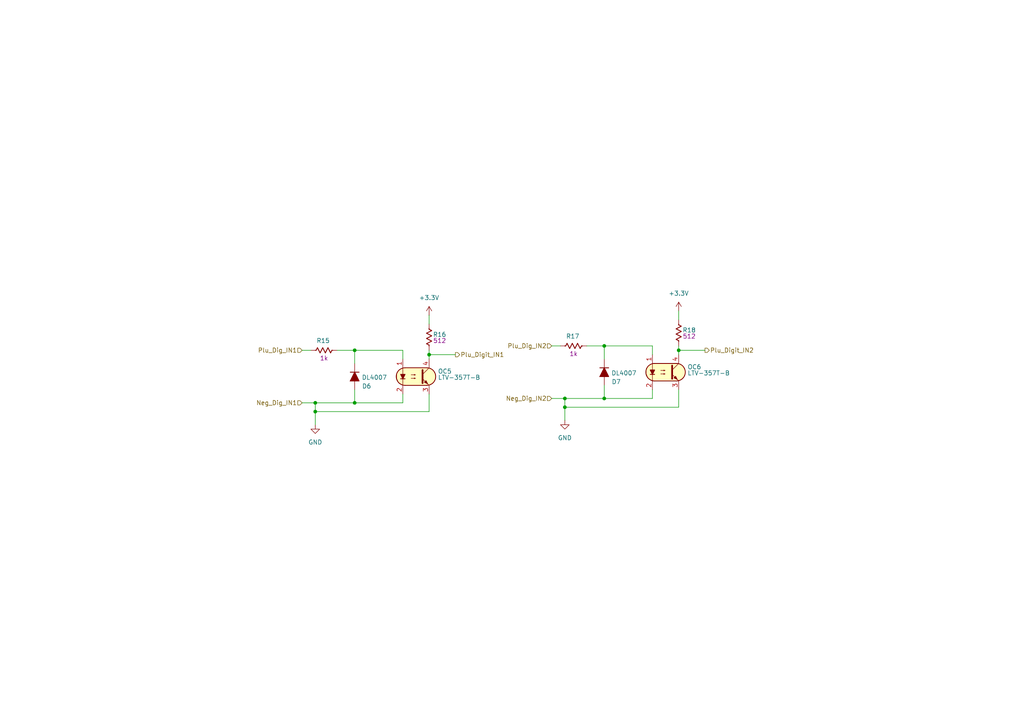
<source format=kicad_sch>
(kicad_sch
	(version 20250114)
	(generator "eeschema")
	(generator_version "9.0")
	(uuid "b4d3bf98-de6c-4ddc-a5d7-a9af4a4f7075")
	(paper "A4")
	(lib_symbols
		(symbol "PCM_Diode_AKL:DL4007"
			(pin_numbers
				(hide yes)
			)
			(pin_names
				(offset 1.016)
				(hide yes)
			)
			(exclude_from_sim no)
			(in_bom yes)
			(on_board yes)
			(property "Reference" "D"
				(at 0 5.08 0)
				(effects
					(font
						(size 1.27 1.27)
					)
				)
			)
			(property "Value" "DL4007"
				(at 0 2.54 0)
				(effects
					(font
						(size 1.27 1.27)
					)
				)
			)
			(property "Footprint" "PCM_Diode_SMD_AKL:D_MELF"
				(at 0 0 0)
				(effects
					(font
						(size 1.27 1.27)
					)
					(hide yes)
				)
			)
			(property "Datasheet" "https://www.diodes.com/assets/Datasheets/products_inactive_data/ds16001.pdf"
				(at 0 0 0)
				(effects
					(font
						(size 1.27 1.27)
					)
					(hide yes)
				)
			)
			(property "Description" "MELF Diode, Rectifier, 1000V, 1A, Alternate KiCad Library"
				(at 0 0 0)
				(effects
					(font
						(size 1.27 1.27)
					)
					(hide yes)
				)
			)
			(property "ki_keywords" "diode 1N4007 DL4007"
				(at 0 0 0)
				(effects
					(font
						(size 1.27 1.27)
					)
					(hide yes)
				)
			)
			(property "ki_fp_filters" "TO-???* *_Diode_* *SingleDiode* D_*"
				(at 0 0 0)
				(effects
					(font
						(size 1.27 1.27)
					)
					(hide yes)
				)
			)
			(symbol "DL4007_0_1"
				(polyline
					(pts
						(xy -1.27 1.27) (xy -1.27 -1.27) (xy 1.27 0) (xy -1.27 1.27)
					)
					(stroke
						(width 0.254)
						(type default)
					)
					(fill
						(type outline)
					)
				)
				(polyline
					(pts
						(xy -1.27 0) (xy 1.27 0)
					)
					(stroke
						(width 0)
						(type default)
					)
					(fill
						(type none)
					)
				)
				(polyline
					(pts
						(xy 1.27 1.27) (xy 1.27 -1.27)
					)
					(stroke
						(width 0.254)
						(type default)
					)
					(fill
						(type none)
					)
				)
			)
			(symbol "DL4007_0_2"
				(polyline
					(pts
						(xy -2.54 -2.54) (xy 2.54 2.54)
					)
					(stroke
						(width 0)
						(type default)
					)
					(fill
						(type none)
					)
				)
				(polyline
					(pts
						(xy -0.889 -0.889) (xy -1.778 0) (xy 0.889 0.889) (xy 0 -1.778) (xy -0.889 -0.889)
					)
					(stroke
						(width 0.254)
						(type default)
					)
					(fill
						(type outline)
					)
				)
				(polyline
					(pts
						(xy 0 1.778) (xy 1.778 0)
					)
					(stroke
						(width 0.254)
						(type default)
					)
					(fill
						(type none)
					)
				)
			)
			(symbol "DL4007_1_1"
				(pin passive line
					(at -3.81 0 0)
					(length 2.54)
					(name "A"
						(effects
							(font
								(size 1.27 1.27)
							)
						)
					)
					(number "2"
						(effects
							(font
								(size 1.27 1.27)
							)
						)
					)
				)
				(pin passive line
					(at 3.81 0 180)
					(length 2.54)
					(name "K"
						(effects
							(font
								(size 1.27 1.27)
							)
						)
					)
					(number "1"
						(effects
							(font
								(size 1.27 1.27)
							)
						)
					)
				)
			)
			(symbol "DL4007_1_2"
				(pin passive line
					(at -2.54 -2.54 0)
					(length 0)
					(name "A"
						(effects
							(font
								(size 1.27 1.27)
							)
						)
					)
					(number "2"
						(effects
							(font
								(size 1.27 1.27)
							)
						)
					)
				)
				(pin passive line
					(at 2.54 2.54 180)
					(length 0)
					(name "K"
						(effects
							(font
								(size 1.27 1.27)
							)
						)
					)
					(number "1"
						(effects
							(font
								(size 1.27 1.27)
							)
						)
					)
				)
			)
			(embedded_fonts no)
		)
		(symbol "PCM_Optocoupler_AKL:LTV-357T-B"
			(pin_names
				(offset 1.016)
			)
			(exclude_from_sim no)
			(in_bom yes)
			(on_board yes)
			(property "Reference" "OC"
				(at 6.35 1.27 0)
				(effects
					(font
						(size 1.27 1.27)
					)
					(justify left)
				)
			)
			(property "Value" "LTV-357T-B"
				(at 6.35 -1.27 0)
				(effects
					(font
						(size 1.27 1.27)
					)
					(justify left)
				)
			)
			(property "Footprint" "PCM_Package_SO_AKL:SO-4_4.4x3.9mm_P2.54mm"
				(at -5.08 -5.08 0)
				(effects
					(font
						(size 1.27 1.27)
						(italic yes)
					)
					(justify left)
					(hide yes)
				)
			)
			(property "Datasheet" "https://www.tme.eu/Document/4ccb1404604244f2e07aa15af3469fcc/LTV-357T.pdf"
				(at 0 0 0)
				(effects
					(font
						(size 1.27 1.27)
					)
					(justify left)
					(hide yes)
				)
			)
			(property "Description" "SO-4 Optocoupler, Transistor output, 3.75kV, 18us, Alternate KiCAD Library"
				(at 0 0 0)
				(effects
					(font
						(size 1.27 1.27)
					)
					(hide yes)
				)
			)
			(property "ki_keywords" "NPN Optocoupler transistor output bidirectional input LTV-357T"
				(at 0 0 0)
				(effects
					(font
						(size 1.27 1.27)
					)
					(hide yes)
				)
			)
			(property "ki_fp_filters" "DIP*W7.62mm*"
				(at 0 0 0)
				(effects
					(font
						(size 1.27 1.27)
					)
					(hide yes)
				)
			)
			(symbol "LTV-357T-B_0_1"
				(polyline
					(pts
						(xy -4.445 -0.635) (xy -3.175 -0.635)
					)
					(stroke
						(width 0.254)
						(type default)
					)
					(fill
						(type none)
					)
				)
				(polyline
					(pts
						(xy -3.81 -0.635) (xy -4.445 0.635) (xy -3.175 0.635) (xy -3.81 -0.635)
					)
					(stroke
						(width 0.254)
						(type default)
					)
					(fill
						(type outline)
					)
				)
				(polyline
					(pts
						(xy -3.81 -2.54) (xy -3.81 -1.27) (xy -3.81 2.54)
					)
					(stroke
						(width 0.1524)
						(type default)
					)
					(fill
						(type none)
					)
				)
				(polyline
					(pts
						(xy -3.175 2.54) (xy 3.175 2.54)
					)
					(stroke
						(width 0.254)
						(type default)
					)
					(fill
						(type none)
					)
				)
				(arc
					(start -3.1975 -2.54)
					(mid -5.7151 0)
					(end -3.1975 2.54)
					(stroke
						(width 0.254)
						(type default)
					)
					(fill
						(type none)
					)
				)
				(polyline
					(pts
						(xy -2.54 2.54) (xy 3.429 2.54) (xy 4.318 2.286) (xy 4.699 2.032) (xy 5.08 1.651) (xy 5.461 1.016)
						(xy 5.715 0.381) (xy 5.715 -0.381) (xy 5.461 -1.143) (xy 4.826 -1.905) (xy 4.191 -2.286) (xy 3.302 -2.54)
						(xy -3.81 -2.54) (xy -3.81 -2.54) (xy -4.572 -2.032) (xy -5.08 -1.778) (xy -5.588 -0.508) (xy -5.588 0.254)
						(xy -5.588 1.016) (xy -5.08 1.778) (xy -4.318 2.286) (xy -3.556 2.54) (xy -2.54 2.54)
					)
					(stroke
						(width 0.01)
						(type default)
					)
					(fill
						(type background)
					)
				)
				(polyline
					(pts
						(xy -1.397 0.508) (xy -0.127 0.508) (xy -0.508 0.381) (xy -0.508 0.635) (xy -0.127 0.508)
					)
					(stroke
						(width 0)
						(type default)
					)
					(fill
						(type none)
					)
				)
				(polyline
					(pts
						(xy -1.397 -0.508) (xy -0.127 -0.508) (xy -0.508 -0.635) (xy -0.508 -0.381) (xy -0.127 -0.508)
					)
					(stroke
						(width 0)
						(type default)
					)
					(fill
						(type none)
					)
				)
				(polyline
					(pts
						(xy 1.905 1.905) (xy 1.905 -1.905) (xy 1.905 -1.905)
					)
					(stroke
						(width 0.508)
						(type default)
					)
					(fill
						(type none)
					)
				)
				(polyline
					(pts
						(xy 1.905 0.635) (xy 3.81 2.54)
					)
					(stroke
						(width 0)
						(type default)
					)
					(fill
						(type none)
					)
				)
				(polyline
					(pts
						(xy 2.413 -1.651) (xy 2.921 -1.143) (xy 3.429 -2.159) (xy 2.413 -1.651) (xy 2.413 -1.651)
					)
					(stroke
						(width 0)
						(type default)
					)
					(fill
						(type outline)
					)
				)
				(arc
					(start 3.1975 2.54)
					(mid 5.7151 0)
					(end 3.1975 -2.54)
					(stroke
						(width 0.254)
						(type default)
					)
					(fill
						(type none)
					)
				)
				(polyline
					(pts
						(xy 3.175 -2.54) (xy -3.175 -2.54)
					)
					(stroke
						(width 0.254)
						(type default)
					)
					(fill
						(type none)
					)
				)
				(polyline
					(pts
						(xy 3.81 -2.54) (xy 1.905 -0.635)
					)
					(stroke
						(width 0)
						(type default)
					)
					(fill
						(type outline)
					)
				)
			)
			(symbol "LTV-357T-B_1_1"
				(pin passive line
					(at -3.81 5.08 270)
					(length 2.54)
					(name "~"
						(effects
							(font
								(size 1.27 1.27)
							)
						)
					)
					(number "1"
						(effects
							(font
								(size 1.27 1.27)
							)
						)
					)
				)
				(pin passive line
					(at -3.81 -5.08 90)
					(length 2.54)
					(name "~"
						(effects
							(font
								(size 1.27 1.27)
							)
						)
					)
					(number "2"
						(effects
							(font
								(size 1.27 1.27)
							)
						)
					)
				)
				(pin passive line
					(at 3.81 5.08 270)
					(length 2.54)
					(name "~"
						(effects
							(font
								(size 1.27 1.27)
							)
						)
					)
					(number "4"
						(effects
							(font
								(size 1.27 1.27)
							)
						)
					)
				)
				(pin passive line
					(at 3.81 -5.08 90)
					(length 2.54)
					(name "~"
						(effects
							(font
								(size 1.27 1.27)
							)
						)
					)
					(number "3"
						(effects
							(font
								(size 1.27 1.27)
							)
						)
					)
				)
			)
			(embedded_fonts no)
		)
		(symbol "PCM_Resistor_US_AKL:R_0603"
			(pin_numbers
				(hide yes)
			)
			(pin_names
				(offset 0)
			)
			(exclude_from_sim no)
			(in_bom yes)
			(on_board yes)
			(property "Reference" "R"
				(at 2.54 1.27 0)
				(effects
					(font
						(size 1.27 1.27)
					)
					(justify left)
				)
			)
			(property "Value" "R_0603"
				(at 2.54 -1.27 0)
				(effects
					(font
						(size 1.27 1.27)
					)
					(justify left)
				)
			)
			(property "Footprint" "PCM_Resistor_SMD_AKL:R_0603_1608Metric"
				(at 0 -11.43 0)
				(effects
					(font
						(size 1.27 1.27)
					)
					(hide yes)
				)
			)
			(property "Datasheet" "~"
				(at 0 0 0)
				(effects
					(font
						(size 1.27 1.27)
					)
					(hide yes)
				)
			)
			(property "Description" "SMD 0603 Chip Resistor, US Symbol, Alternate KiCad Library"
				(at 0 0 0)
				(effects
					(font
						(size 1.27 1.27)
					)
					(hide yes)
				)
			)
			(property "ki_keywords" "R res resistor us SMD 0603"
				(at 0 0 0)
				(effects
					(font
						(size 1.27 1.27)
					)
					(hide yes)
				)
			)
			(property "ki_fp_filters" "R_*"
				(at 0 0 0)
				(effects
					(font
						(size 1.27 1.27)
					)
					(hide yes)
				)
			)
			(symbol "R_0603_0_1"
				(polyline
					(pts
						(xy 0 2.286) (xy 0 2.54)
					)
					(stroke
						(width 0.254)
						(type default)
					)
					(fill
						(type none)
					)
				)
				(polyline
					(pts
						(xy 0 2.286) (xy 0.762 1.905) (xy -0.762 1.143) (xy 0 0.762) (xy 0.762 0.381) (xy 0 0) (xy -0.762 -0.381)
						(xy 0 -0.762) (xy 0.762 -1.143) (xy 0 -1.524) (xy -0.762 -1.905) (xy 0 -2.286)
					)
					(stroke
						(width 0.254)
						(type default)
					)
					(fill
						(type none)
					)
				)
				(polyline
					(pts
						(xy 0 -2.286) (xy 0 -2.54)
					)
					(stroke
						(width 0.254)
						(type default)
					)
					(fill
						(type none)
					)
				)
			)
			(symbol "R_0603_0_2"
				(polyline
					(pts
						(xy -2.54 -2.54) (xy -1.778 -1.778)
					)
					(stroke
						(width 0)
						(type default)
					)
					(fill
						(type none)
					)
				)
				(polyline
					(pts
						(xy -1.778 -1.778) (xy -1.524 -1.524)
					)
					(stroke
						(width 0.254)
						(type default)
					)
					(fill
						(type none)
					)
				)
				(polyline
					(pts
						(xy -1.524 -1.524) (xy -1.778 -0.762) (xy -1.016 -1.016)
					)
					(stroke
						(width 0.254)
						(type default)
					)
					(fill
						(type none)
					)
				)
				(polyline
					(pts
						(xy -0.508 -0.508) (xy -0.762 0.254) (xy 0 0)
					)
					(stroke
						(width 0.254)
						(type default)
					)
					(fill
						(type none)
					)
				)
				(polyline
					(pts
						(xy -0.508 -0.508) (xy -0.254 -1.27) (xy -1.016 -1.016)
					)
					(stroke
						(width 0.254)
						(type default)
					)
					(fill
						(type none)
					)
				)
				(polyline
					(pts
						(xy 0.508 0.508) (xy 0.254 1.27) (xy 1.016 1.016)
					)
					(stroke
						(width 0.254)
						(type default)
					)
					(fill
						(type none)
					)
				)
				(polyline
					(pts
						(xy 0.508 0.508) (xy 0.762 -0.254) (xy 0 0)
					)
					(stroke
						(width 0.254)
						(type default)
					)
					(fill
						(type none)
					)
				)
				(polyline
					(pts
						(xy 1.524 1.524) (xy 1.778 0.762) (xy 1.016 1.016)
					)
					(stroke
						(width 0.254)
						(type default)
					)
					(fill
						(type none)
					)
				)
				(polyline
					(pts
						(xy 1.778 1.778) (xy 1.524 1.524)
					)
					(stroke
						(width 0.254)
						(type default)
					)
					(fill
						(type none)
					)
				)
				(polyline
					(pts
						(xy 1.778 1.778) (xy 2.54 2.54)
					)
					(stroke
						(width 0)
						(type default)
					)
					(fill
						(type none)
					)
				)
			)
			(symbol "R_0603_1_1"
				(pin passive line
					(at 0 3.81 270)
					(length 1.27)
					(name "~"
						(effects
							(font
								(size 1.27 1.27)
							)
						)
					)
					(number "1"
						(effects
							(font
								(size 1.27 1.27)
							)
						)
					)
				)
				(pin passive line
					(at 0 -3.81 90)
					(length 1.27)
					(name "~"
						(effects
							(font
								(size 1.27 1.27)
							)
						)
					)
					(number "2"
						(effects
							(font
								(size 1.27 1.27)
							)
						)
					)
				)
			)
			(symbol "R_0603_1_2"
				(pin passive line
					(at -2.54 -2.54 0)
					(length 0)
					(name ""
						(effects
							(font
								(size 1.27 1.27)
							)
						)
					)
					(number "2"
						(effects
							(font
								(size 1.27 1.27)
							)
						)
					)
				)
				(pin passive line
					(at 2.54 2.54 180)
					(length 0)
					(name ""
						(effects
							(font
								(size 1.27 1.27)
							)
						)
					)
					(number "1"
						(effects
							(font
								(size 1.27 1.27)
							)
						)
					)
				)
			)
			(embedded_fonts no)
		)
		(symbol "power:+3.3V"
			(power)
			(pin_numbers
				(hide yes)
			)
			(pin_names
				(offset 0)
				(hide yes)
			)
			(exclude_from_sim no)
			(in_bom yes)
			(on_board yes)
			(property "Reference" "#PWR"
				(at 0 -3.81 0)
				(effects
					(font
						(size 1.27 1.27)
					)
					(hide yes)
				)
			)
			(property "Value" "+3.3V"
				(at 0 3.556 0)
				(effects
					(font
						(size 1.27 1.27)
					)
				)
			)
			(property "Footprint" ""
				(at 0 0 0)
				(effects
					(font
						(size 1.27 1.27)
					)
					(hide yes)
				)
			)
			(property "Datasheet" ""
				(at 0 0 0)
				(effects
					(font
						(size 1.27 1.27)
					)
					(hide yes)
				)
			)
			(property "Description" "Power symbol creates a global label with name \"+3.3V\""
				(at 0 0 0)
				(effects
					(font
						(size 1.27 1.27)
					)
					(hide yes)
				)
			)
			(property "ki_keywords" "global power"
				(at 0 0 0)
				(effects
					(font
						(size 1.27 1.27)
					)
					(hide yes)
				)
			)
			(symbol "+3.3V_0_1"
				(polyline
					(pts
						(xy -0.762 1.27) (xy 0 2.54)
					)
					(stroke
						(width 0)
						(type default)
					)
					(fill
						(type none)
					)
				)
				(polyline
					(pts
						(xy 0 2.54) (xy 0.762 1.27)
					)
					(stroke
						(width 0)
						(type default)
					)
					(fill
						(type none)
					)
				)
				(polyline
					(pts
						(xy 0 0) (xy 0 2.54)
					)
					(stroke
						(width 0)
						(type default)
					)
					(fill
						(type none)
					)
				)
			)
			(symbol "+3.3V_1_1"
				(pin power_in line
					(at 0 0 90)
					(length 0)
					(name "~"
						(effects
							(font
								(size 1.27 1.27)
							)
						)
					)
					(number "1"
						(effects
							(font
								(size 1.27 1.27)
							)
						)
					)
				)
			)
			(embedded_fonts no)
		)
		(symbol "power:GND"
			(power)
			(pin_numbers
				(hide yes)
			)
			(pin_names
				(offset 0)
				(hide yes)
			)
			(exclude_from_sim no)
			(in_bom yes)
			(on_board yes)
			(property "Reference" "#PWR"
				(at 0 -6.35 0)
				(effects
					(font
						(size 1.27 1.27)
					)
					(hide yes)
				)
			)
			(property "Value" "GND"
				(at 0 -3.81 0)
				(effects
					(font
						(size 1.27 1.27)
					)
				)
			)
			(property "Footprint" ""
				(at 0 0 0)
				(effects
					(font
						(size 1.27 1.27)
					)
					(hide yes)
				)
			)
			(property "Datasheet" ""
				(at 0 0 0)
				(effects
					(font
						(size 1.27 1.27)
					)
					(hide yes)
				)
			)
			(property "Description" "Power symbol creates a global label with name \"GND\" , ground"
				(at 0 0 0)
				(effects
					(font
						(size 1.27 1.27)
					)
					(hide yes)
				)
			)
			(property "ki_keywords" "global power"
				(at 0 0 0)
				(effects
					(font
						(size 1.27 1.27)
					)
					(hide yes)
				)
			)
			(symbol "GND_0_1"
				(polyline
					(pts
						(xy 0 0) (xy 0 -1.27) (xy 1.27 -1.27) (xy 0 -2.54) (xy -1.27 -1.27) (xy 0 -1.27)
					)
					(stroke
						(width 0)
						(type default)
					)
					(fill
						(type none)
					)
				)
			)
			(symbol "GND_1_1"
				(pin power_in line
					(at 0 0 270)
					(length 0)
					(name "~"
						(effects
							(font
								(size 1.27 1.27)
							)
						)
					)
					(number "1"
						(effects
							(font
								(size 1.27 1.27)
							)
						)
					)
				)
			)
			(embedded_fonts no)
		)
	)
	(junction
		(at 91.44 119.38)
		(diameter 0)
		(color 0 0 0 0)
		(uuid "1d9bce1f-ec28-409b-9305-943d799db8f1")
	)
	(junction
		(at 175.26 100.33)
		(diameter 0)
		(color 0 0 0 0)
		(uuid "30552193-cc6f-49da-bd9d-c49edf925390")
	)
	(junction
		(at 102.87 116.84)
		(diameter 0)
		(color 0 0 0 0)
		(uuid "56a86ad9-0818-44d3-ab84-98cf1f24c04e")
	)
	(junction
		(at 91.44 116.84)
		(diameter 0)
		(color 0 0 0 0)
		(uuid "849a2e16-45f9-4589-a6d3-24acd5d1db37")
	)
	(junction
		(at 175.26 115.57)
		(diameter 0)
		(color 0 0 0 0)
		(uuid "8fefa8d7-f147-43a4-adbf-36e34b376be9")
	)
	(junction
		(at 102.87 101.6)
		(diameter 0)
		(color 0 0 0 0)
		(uuid "9046a60f-1527-4bcb-9e86-5c36afd49a43")
	)
	(junction
		(at 163.83 118.11)
		(diameter 0)
		(color 0 0 0 0)
		(uuid "944057a2-5d5d-42be-a1f4-382a4ff95e0b")
	)
	(junction
		(at 196.85 101.6)
		(diameter 0)
		(color 0 0 0 0)
		(uuid "9f890fb9-f6da-4964-b071-d7aa73dc6370")
	)
	(junction
		(at 163.83 115.57)
		(diameter 0)
		(color 0 0 0 0)
		(uuid "a2e0f8f3-73d2-4cf7-989d-a7042ba8f41e")
	)
	(junction
		(at 124.46 102.87)
		(diameter 0)
		(color 0 0 0 0)
		(uuid "e438f21e-b614-4b4e-9971-c7d4dca7a631")
	)
	(wire
		(pts
			(xy 102.87 101.6) (xy 116.84 101.6)
		)
		(stroke
			(width 0)
			(type default)
		)
		(uuid "13c32400-cd0b-4f40-8204-a9f3d1ba1397")
	)
	(wire
		(pts
			(xy 170.18 100.33) (xy 175.26 100.33)
		)
		(stroke
			(width 0)
			(type default)
		)
		(uuid "1ddc3e69-b718-4cd2-90e8-397b35558a89")
	)
	(wire
		(pts
			(xy 163.83 115.57) (xy 175.26 115.57)
		)
		(stroke
			(width 0)
			(type default)
		)
		(uuid "1e92bc82-2997-43a9-9527-ae2e114c5b55")
	)
	(wire
		(pts
			(xy 196.85 90.17) (xy 196.85 92.71)
		)
		(stroke
			(width 0)
			(type default)
		)
		(uuid "231c921e-acc1-4a1f-97a0-361bed92162c")
	)
	(wire
		(pts
			(xy 124.46 101.6) (xy 124.46 102.87)
		)
		(stroke
			(width 0)
			(type default)
		)
		(uuid "26f2c81e-d332-4b42-a1bf-00517999fabd")
	)
	(wire
		(pts
			(xy 163.83 115.57) (xy 163.83 118.11)
		)
		(stroke
			(width 0)
			(type default)
		)
		(uuid "279e2bb2-500e-46f3-98cd-900529fd6aae")
	)
	(wire
		(pts
			(xy 163.83 118.11) (xy 196.85 118.11)
		)
		(stroke
			(width 0)
			(type default)
		)
		(uuid "28f21a1b-6c25-4e1e-89a4-a87cfcc170a0")
	)
	(wire
		(pts
			(xy 175.26 100.33) (xy 189.23 100.33)
		)
		(stroke
			(width 0)
			(type default)
		)
		(uuid "2a92ace8-276e-4182-8880-7bfab9480c2c")
	)
	(wire
		(pts
			(xy 102.87 113.03) (xy 102.87 116.84)
		)
		(stroke
			(width 0)
			(type default)
		)
		(uuid "2f5f61ea-b821-484a-b1ff-abc006f7954c")
	)
	(wire
		(pts
			(xy 124.46 91.44) (xy 124.46 93.98)
		)
		(stroke
			(width 0)
			(type default)
		)
		(uuid "321d505f-9300-4f07-9deb-ace7faefc66b")
	)
	(wire
		(pts
			(xy 87.63 101.6) (xy 90.17 101.6)
		)
		(stroke
			(width 0)
			(type default)
		)
		(uuid "36d51506-4429-47cf-9e91-d499e4dcbb10")
	)
	(wire
		(pts
			(xy 102.87 101.6) (xy 102.87 105.41)
		)
		(stroke
			(width 0)
			(type default)
		)
		(uuid "370a35a1-4d5e-4d5c-af54-2cc9848674e6")
	)
	(wire
		(pts
			(xy 97.79 101.6) (xy 102.87 101.6)
		)
		(stroke
			(width 0)
			(type default)
		)
		(uuid "38bbeeaa-0ce0-4914-9c88-84f1abd5e518")
	)
	(wire
		(pts
			(xy 91.44 119.38) (xy 91.44 123.19)
		)
		(stroke
			(width 0)
			(type default)
		)
		(uuid "3a736b3c-e177-48f1-8ee6-1d5db24a4a69")
	)
	(wire
		(pts
			(xy 175.26 111.76) (xy 175.26 115.57)
		)
		(stroke
			(width 0)
			(type default)
		)
		(uuid "4ca0d40a-816e-4515-b03f-26d54a8d5fcf")
	)
	(wire
		(pts
			(xy 91.44 116.84) (xy 91.44 119.38)
		)
		(stroke
			(width 0)
			(type default)
		)
		(uuid "56cd6849-91aa-4f07-8e20-bf612e0d9f8c")
	)
	(wire
		(pts
			(xy 116.84 114.3) (xy 116.84 116.84)
		)
		(stroke
			(width 0)
			(type default)
		)
		(uuid "59fa2c6b-7275-4756-98ae-1d78849ab69e")
	)
	(wire
		(pts
			(xy 124.46 102.87) (xy 124.46 104.14)
		)
		(stroke
			(width 0)
			(type default)
		)
		(uuid "5cd8b688-5120-468f-8bb7-b7d7675c44be")
	)
	(wire
		(pts
			(xy 175.26 115.57) (xy 189.23 115.57)
		)
		(stroke
			(width 0)
			(type default)
		)
		(uuid "6d4d0b52-7044-4381-88b1-67fcd024b4c0")
	)
	(wire
		(pts
			(xy 160.02 115.57) (xy 163.83 115.57)
		)
		(stroke
			(width 0)
			(type default)
		)
		(uuid "74537283-f80c-4779-a52b-923adcec7b6c")
	)
	(wire
		(pts
			(xy 189.23 113.03) (xy 189.23 115.57)
		)
		(stroke
			(width 0)
			(type default)
		)
		(uuid "75186fb9-61f2-4842-aeb6-429780ae8f09")
	)
	(wire
		(pts
			(xy 163.83 118.11) (xy 163.83 121.92)
		)
		(stroke
			(width 0)
			(type default)
		)
		(uuid "7604e43b-fa6a-4f3e-86f0-749aa38d1b00")
	)
	(wire
		(pts
			(xy 196.85 101.6) (xy 196.85 102.87)
		)
		(stroke
			(width 0)
			(type default)
		)
		(uuid "88a28bd9-8254-4f75-97d0-a4cb5199d7ad")
	)
	(wire
		(pts
			(xy 116.84 101.6) (xy 116.84 104.14)
		)
		(stroke
			(width 0)
			(type default)
		)
		(uuid "8c29a4fd-4af5-4b44-9932-527c18ff3615")
	)
	(wire
		(pts
			(xy 196.85 113.03) (xy 196.85 118.11)
		)
		(stroke
			(width 0)
			(type default)
		)
		(uuid "94099b28-aabe-4b0f-8ca4-ff6036fd4fff")
	)
	(wire
		(pts
			(xy 124.46 102.87) (xy 132.08 102.87)
		)
		(stroke
			(width 0)
			(type default)
		)
		(uuid "96f4dad2-6594-4d2c-b860-4e96d1512a73")
	)
	(wire
		(pts
			(xy 124.46 114.3) (xy 124.46 119.38)
		)
		(stroke
			(width 0)
			(type default)
		)
		(uuid "a39a3740-339c-4e86-8d14-9f0b3365ee76")
	)
	(wire
		(pts
			(xy 196.85 100.33) (xy 196.85 101.6)
		)
		(stroke
			(width 0)
			(type default)
		)
		(uuid "aa962b8b-615d-494a-924b-cebafb6d8eca")
	)
	(wire
		(pts
			(xy 91.44 119.38) (xy 124.46 119.38)
		)
		(stroke
			(width 0)
			(type default)
		)
		(uuid "b13b2a68-fccb-416b-a969-d55434ec8406")
	)
	(wire
		(pts
			(xy 87.63 116.84) (xy 91.44 116.84)
		)
		(stroke
			(width 0)
			(type default)
		)
		(uuid "b2ff15d5-447e-4c5d-93cc-bb2247f61c1a")
	)
	(wire
		(pts
			(xy 196.85 101.6) (xy 204.47 101.6)
		)
		(stroke
			(width 0)
			(type default)
		)
		(uuid "ba18e86f-9744-4561-be4c-0989c4f5b053")
	)
	(wire
		(pts
			(xy 189.23 100.33) (xy 189.23 102.87)
		)
		(stroke
			(width 0)
			(type default)
		)
		(uuid "c92e8cd6-1636-4944-8950-a7c7834d596d")
	)
	(wire
		(pts
			(xy 102.87 116.84) (xy 116.84 116.84)
		)
		(stroke
			(width 0)
			(type default)
		)
		(uuid "cd2908e8-2cca-4097-aec2-96f869e6a205")
	)
	(wire
		(pts
			(xy 160.02 100.33) (xy 162.56 100.33)
		)
		(stroke
			(width 0)
			(type default)
		)
		(uuid "dfac3cc4-ed58-4cab-89d2-1fa81ae8d3c1")
	)
	(wire
		(pts
			(xy 91.44 116.84) (xy 102.87 116.84)
		)
		(stroke
			(width 0)
			(type default)
		)
		(uuid "fad8dd02-cf2d-4fe2-8744-1f69846e2b40")
	)
	(wire
		(pts
			(xy 175.26 100.33) (xy 175.26 104.14)
		)
		(stroke
			(width 0)
			(type default)
		)
		(uuid "fd1ab1a6-928f-4c8b-a903-67380dd5becc")
	)
	(hierarchical_label "Neg_Dig_IN2"
		(shape input)
		(at 160.02 115.57 180)
		(effects
			(font
				(size 1.27 1.27)
			)
			(justify right)
		)
		(uuid "48b2d32b-4059-4068-bd86-7ced3b45ee47")
	)
	(hierarchical_label "Plu_Dig_IN2"
		(shape input)
		(at 160.02 100.33 180)
		(effects
			(font
				(size 1.27 1.27)
			)
			(justify right)
		)
		(uuid "725228f8-0a4a-405c-9d38-455f0ec3852f")
	)
	(hierarchical_label "Plu_Dig_IN1"
		(shape input)
		(at 87.63 101.6 180)
		(effects
			(font
				(size 1.27 1.27)
			)
			(justify right)
		)
		(uuid "762e4922-9655-4c8e-acb1-1899423a9960")
	)
	(hierarchical_label "Plu_Digit_IN2"
		(shape output)
		(at 204.47 101.6 0)
		(effects
			(font
				(size 1.27 1.27)
			)
			(justify left)
		)
		(uuid "7c3143b6-ae09-4e95-9dc9-941c0b5d5274")
	)
	(hierarchical_label "Neg_Dig_IN1"
		(shape input)
		(at 87.63 116.84 180)
		(effects
			(font
				(size 1.27 1.27)
			)
			(justify right)
		)
		(uuid "c5849ef2-85f9-41cf-8511-5267c6dccec1")
	)
	(hierarchical_label "Plu_Digit_IN1"
		(shape output)
		(at 132.08 102.87 0)
		(effects
			(font
				(size 1.27 1.27)
			)
			(justify left)
		)
		(uuid "e54e3341-6140-495d-8165-249e6c577ce1")
	)
	(symbol
		(lib_id "power:GND")
		(at 163.83 121.92 0)
		(unit 1)
		(exclude_from_sim no)
		(in_bom yes)
		(on_board yes)
		(dnp no)
		(fields_autoplaced yes)
		(uuid "07738221-9fca-4280-a8b7-786b8c58c31b")
		(property "Reference" "#PWR036"
			(at 163.83 128.27 0)
			(effects
				(font
					(size 1.27 1.27)
				)
				(hide yes)
			)
		)
		(property "Value" "GND"
			(at 163.83 127 0)
			(effects
				(font
					(size 1.27 1.27)
				)
			)
		)
		(property "Footprint" ""
			(at 163.83 121.92 0)
			(effects
				(font
					(size 1.27 1.27)
				)
				(hide yes)
			)
		)
		(property "Datasheet" ""
			(at 163.83 121.92 0)
			(effects
				(font
					(size 1.27 1.27)
				)
				(hide yes)
			)
		)
		(property "Description" "Power symbol creates a global label with name \"GND\" , ground"
			(at 163.83 121.92 0)
			(effects
				(font
					(size 1.27 1.27)
				)
				(hide yes)
			)
		)
		(pin "1"
			(uuid "f986ca24-fc23-4012-8dee-1f88a8597f51")
		)
		(instances
			(project "Nivara Controls"
				(path "/42622735-4343-4315-af64-a45701a752b6/711b914f-41ac-411e-bef3-8ade05c9a19b/bfce3cdf-a5ca-4ef1-b398-775060fdfec5"
					(reference "#PWR036")
					(unit 1)
				)
			)
		)
	)
	(symbol
		(lib_id "PCM_Resistor_US_AKL:R_0603")
		(at 93.98 101.6 90)
		(unit 1)
		(exclude_from_sim no)
		(in_bom yes)
		(on_board yes)
		(dnp no)
		(uuid "0bfbff92-4c13-48af-a074-16cd0178e136")
		(property "Reference" "R15"
			(at 93.726 98.806 90)
			(effects
				(font
					(size 1.27 1.27)
				)
			)
		)
		(property "Value" "R_0603"
			(at 93.726 99.314 90)
			(effects
				(font
					(size 1.27 1.27)
				)
				(hide yes)
			)
		)
		(property "Footprint" "PCM_Resistor_SMD_AKL:R_0603_1608Metric"
			(at 105.41 101.6 0)
			(effects
				(font
					(size 1.27 1.27)
				)
				(hide yes)
			)
		)
		(property "Datasheet" "~"
			(at 93.98 101.6 0)
			(effects
				(font
					(size 1.27 1.27)
				)
				(hide yes)
			)
		)
		(property "Description" "SMD 0603 Chip Resistor, US Symbol, Alternate KiCad Library"
			(at 93.98 101.6 0)
			(effects
				(font
					(size 1.27 1.27)
				)
				(hide yes)
			)
		)
		(property "Part Number" ""
			(at 93.98 101.6 0)
			(effects
				(font
					(size 1.27 1.27)
				)
				(hide yes)
			)
		)
		(property "Capacidad" "1k"
			(at 93.98 103.886 90)
			(effects
				(font
					(size 1.27 1.27)
				)
			)
		)
		(pin "1"
			(uuid "3477b6c4-970c-43f6-89d4-e619ca205591")
		)
		(pin "2"
			(uuid "db8e1a2d-25db-4727-b20c-812a4f9ea056")
		)
		(instances
			(project "Nivara Controls"
				(path "/42622735-4343-4315-af64-a45701a752b6/711b914f-41ac-411e-bef3-8ade05c9a19b/bfce3cdf-a5ca-4ef1-b398-775060fdfec5"
					(reference "R15")
					(unit 1)
				)
			)
		)
	)
	(symbol
		(lib_id "PCM_Resistor_US_AKL:R_0603")
		(at 124.46 97.79 0)
		(unit 1)
		(exclude_from_sim no)
		(in_bom yes)
		(on_board yes)
		(dnp no)
		(uuid "209eed78-c6a6-499b-9575-20e8f0dfea40")
		(property "Reference" "R16"
			(at 127.508 97.028 0)
			(effects
				(font
					(size 1.27 1.27)
				)
			)
		)
		(property "Value" "R_0603"
			(at 129.54 96.774 0)
			(effects
				(font
					(size 1.27 1.27)
				)
				(hide yes)
			)
		)
		(property "Footprint" "PCM_Resistor_SMD_AKL:R_0603_1608Metric"
			(at 124.46 109.22 0)
			(effects
				(font
					(size 1.27 1.27)
				)
				(hide yes)
			)
		)
		(property "Datasheet" "~"
			(at 124.46 97.79 0)
			(effects
				(font
					(size 1.27 1.27)
				)
				(hide yes)
			)
		)
		(property "Description" "SMD 0603 Chip Resistor, US Symbol, Alternate KiCad Library"
			(at 124.46 97.79 0)
			(effects
				(font
					(size 1.27 1.27)
				)
				(hide yes)
			)
		)
		(property "Part Number" ""
			(at 124.46 97.79 0)
			(effects
				(font
					(size 1.27 1.27)
				)
				(hide yes)
			)
		)
		(property "Capacidad" "512"
			(at 127.508 98.806 0)
			(effects
				(font
					(size 1.27 1.27)
				)
			)
		)
		(pin "1"
			(uuid "13ebc013-3009-4970-a544-b8d5ed548cbe")
		)
		(pin "2"
			(uuid "6afc6a58-e685-4119-a318-a3093bf83e72")
		)
		(instances
			(project "Nivara Controls"
				(path "/42622735-4343-4315-af64-a45701a752b6/711b914f-41ac-411e-bef3-8ade05c9a19b/bfce3cdf-a5ca-4ef1-b398-775060fdfec5"
					(reference "R16")
					(unit 1)
				)
			)
		)
	)
	(symbol
		(lib_id "PCM_Resistor_US_AKL:R_0603")
		(at 166.37 100.33 90)
		(unit 1)
		(exclude_from_sim no)
		(in_bom yes)
		(on_board yes)
		(dnp no)
		(uuid "23905b7f-d8cc-4625-847a-fdb4343bcb9a")
		(property "Reference" "R17"
			(at 166.116 97.536 90)
			(effects
				(font
					(size 1.27 1.27)
				)
			)
		)
		(property "Value" "R_0603"
			(at 166.116 98.044 90)
			(effects
				(font
					(size 1.27 1.27)
				)
				(hide yes)
			)
		)
		(property "Footprint" "PCM_Resistor_SMD_AKL:R_0603_1608Metric"
			(at 177.8 100.33 0)
			(effects
				(font
					(size 1.27 1.27)
				)
				(hide yes)
			)
		)
		(property "Datasheet" "~"
			(at 166.37 100.33 0)
			(effects
				(font
					(size 1.27 1.27)
				)
				(hide yes)
			)
		)
		(property "Description" "SMD 0603 Chip Resistor, US Symbol, Alternate KiCad Library"
			(at 166.37 100.33 0)
			(effects
				(font
					(size 1.27 1.27)
				)
				(hide yes)
			)
		)
		(property "Part Number" ""
			(at 166.37 100.33 0)
			(effects
				(font
					(size 1.27 1.27)
				)
				(hide yes)
			)
		)
		(property "Capacidad" "1k"
			(at 166.37 102.616 90)
			(effects
				(font
					(size 1.27 1.27)
				)
			)
		)
		(pin "1"
			(uuid "579e673d-b370-4065-9857-f0ccc418495e")
		)
		(pin "2"
			(uuid "12bd6261-87bf-4359-9586-61ad4f70f351")
		)
		(instances
			(project "Nivara Controls"
				(path "/42622735-4343-4315-af64-a45701a752b6/711b914f-41ac-411e-bef3-8ade05c9a19b/bfce3cdf-a5ca-4ef1-b398-775060fdfec5"
					(reference "R17")
					(unit 1)
				)
			)
		)
	)
	(symbol
		(lib_id "PCM_Diode_AKL:DL4007")
		(at 102.87 109.22 90)
		(unit 1)
		(exclude_from_sim no)
		(in_bom yes)
		(on_board yes)
		(dnp no)
		(uuid "2847c6fd-34aa-4872-8317-c81d6ba5102c")
		(property "Reference" "D6"
			(at 107.696 112.014 90)
			(effects
				(font
					(size 1.27 1.27)
				)
				(justify left)
			)
		)
		(property "Value" "DL4007"
			(at 112.268 109.474 90)
			(effects
				(font
					(size 1.27 1.27)
				)
				(justify left)
			)
		)
		(property "Footprint" "Diode_SMD:D_0805_2012Metric_Pad1.15x1.40mm_HandSolder"
			(at 102.87 109.22 0)
			(effects
				(font
					(size 1.27 1.27)
				)
				(hide yes)
			)
		)
		(property "Datasheet" "https://www.diodes.com/assets/Datasheets/products_inactive_data/ds16001.pdf"
			(at 102.87 109.22 0)
			(effects
				(font
					(size 1.27 1.27)
				)
				(hide yes)
			)
		)
		(property "Description" "MELF Diode, Rectifier, 1000V, 1A, Alternate KiCad Library"
			(at 102.87 109.22 0)
			(effects
				(font
					(size 1.27 1.27)
				)
				(hide yes)
			)
		)
		(pin "2"
			(uuid "8aec10e2-9727-4a8e-84f4-cb4d990f1d75")
		)
		(pin "1"
			(uuid "bfece434-9bb6-4f61-ab00-be8583311d0c")
		)
		(instances
			(project "Nivara Controls"
				(path "/42622735-4343-4315-af64-a45701a752b6/711b914f-41ac-411e-bef3-8ade05c9a19b/bfce3cdf-a5ca-4ef1-b398-775060fdfec5"
					(reference "D6")
					(unit 1)
				)
			)
		)
	)
	(symbol
		(lib_id "power:GND")
		(at 91.44 123.19 0)
		(unit 1)
		(exclude_from_sim no)
		(in_bom yes)
		(on_board yes)
		(dnp no)
		(fields_autoplaced yes)
		(uuid "442394b2-6b99-44c3-b680-f2bd7c88149e")
		(property "Reference" "#PWR034"
			(at 91.44 129.54 0)
			(effects
				(font
					(size 1.27 1.27)
				)
				(hide yes)
			)
		)
		(property "Value" "GND"
			(at 91.44 128.27 0)
			(effects
				(font
					(size 1.27 1.27)
				)
			)
		)
		(property "Footprint" ""
			(at 91.44 123.19 0)
			(effects
				(font
					(size 1.27 1.27)
				)
				(hide yes)
			)
		)
		(property "Datasheet" ""
			(at 91.44 123.19 0)
			(effects
				(font
					(size 1.27 1.27)
				)
				(hide yes)
			)
		)
		(property "Description" "Power symbol creates a global label with name \"GND\" , ground"
			(at 91.44 123.19 0)
			(effects
				(font
					(size 1.27 1.27)
				)
				(hide yes)
			)
		)
		(pin "1"
			(uuid "79631d4e-5f41-4d42-8da4-1afec148514d")
		)
		(instances
			(project "Nivara Controls"
				(path "/42622735-4343-4315-af64-a45701a752b6/711b914f-41ac-411e-bef3-8ade05c9a19b/bfce3cdf-a5ca-4ef1-b398-775060fdfec5"
					(reference "#PWR034")
					(unit 1)
				)
			)
		)
	)
	(symbol
		(lib_id "PCM_Diode_AKL:DL4007")
		(at 175.26 107.95 90)
		(unit 1)
		(exclude_from_sim no)
		(in_bom yes)
		(on_board yes)
		(dnp no)
		(uuid "50990653-ef17-4d2d-b5cd-f64be11c22bc")
		(property "Reference" "D7"
			(at 180.086 110.744 90)
			(effects
				(font
					(size 1.27 1.27)
				)
				(justify left)
			)
		)
		(property "Value" "DL4007"
			(at 184.658 108.204 90)
			(effects
				(font
					(size 1.27 1.27)
				)
				(justify left)
			)
		)
		(property "Footprint" "Diode_SMD:D_0805_2012Metric_Pad1.15x1.40mm_HandSolder"
			(at 175.26 107.95 0)
			(effects
				(font
					(size 1.27 1.27)
				)
				(hide yes)
			)
		)
		(property "Datasheet" "https://www.diodes.com/assets/Datasheets/products_inactive_data/ds16001.pdf"
			(at 175.26 107.95 0)
			(effects
				(font
					(size 1.27 1.27)
				)
				(hide yes)
			)
		)
		(property "Description" "MELF Diode, Rectifier, 1000V, 1A, Alternate KiCad Library"
			(at 175.26 107.95 0)
			(effects
				(font
					(size 1.27 1.27)
				)
				(hide yes)
			)
		)
		(pin "2"
			(uuid "5bc09001-600b-44a0-a0fb-327728f72cf8")
		)
		(pin "1"
			(uuid "09ea71b6-08a9-419e-9b5f-76ffb46eaa09")
		)
		(instances
			(project "Nivara Controls"
				(path "/42622735-4343-4315-af64-a45701a752b6/711b914f-41ac-411e-bef3-8ade05c9a19b/bfce3cdf-a5ca-4ef1-b398-775060fdfec5"
					(reference "D7")
					(unit 1)
				)
			)
		)
	)
	(symbol
		(lib_id "PCM_Resistor_US_AKL:R_0603")
		(at 196.85 96.52 0)
		(unit 1)
		(exclude_from_sim no)
		(in_bom yes)
		(on_board yes)
		(dnp no)
		(uuid "5dcf4b9d-1f7f-4d2c-8f10-d7080123c9ea")
		(property "Reference" "R18"
			(at 199.898 95.758 0)
			(effects
				(font
					(size 1.27 1.27)
				)
			)
		)
		(property "Value" "R_0603"
			(at 201.93 95.504 0)
			(effects
				(font
					(size 1.27 1.27)
				)
				(hide yes)
			)
		)
		(property "Footprint" "PCM_Resistor_SMD_AKL:R_0603_1608Metric"
			(at 196.85 107.95 0)
			(effects
				(font
					(size 1.27 1.27)
				)
				(hide yes)
			)
		)
		(property "Datasheet" "~"
			(at 196.85 96.52 0)
			(effects
				(font
					(size 1.27 1.27)
				)
				(hide yes)
			)
		)
		(property "Description" "SMD 0603 Chip Resistor, US Symbol, Alternate KiCad Library"
			(at 196.85 96.52 0)
			(effects
				(font
					(size 1.27 1.27)
				)
				(hide yes)
			)
		)
		(property "Part Number" ""
			(at 196.85 96.52 0)
			(effects
				(font
					(size 1.27 1.27)
				)
				(hide yes)
			)
		)
		(property "Capacidad" "512"
			(at 199.898 97.536 0)
			(effects
				(font
					(size 1.27 1.27)
				)
			)
		)
		(pin "1"
			(uuid "decf0e46-4619-4039-8b47-a43487725b3b")
		)
		(pin "2"
			(uuid "5fefe802-0d51-4217-8c44-99c5d6e63811")
		)
		(instances
			(project "Nivara Controls"
				(path "/42622735-4343-4315-af64-a45701a752b6/711b914f-41ac-411e-bef3-8ade05c9a19b/bfce3cdf-a5ca-4ef1-b398-775060fdfec5"
					(reference "R18")
					(unit 1)
				)
			)
		)
	)
	(symbol
		(lib_id "power:+3.3V")
		(at 196.85 90.17 0)
		(unit 1)
		(exclude_from_sim no)
		(in_bom yes)
		(on_board yes)
		(dnp no)
		(fields_autoplaced yes)
		(uuid "69449747-0aff-47cc-9b30-ff46343f0463")
		(property "Reference" "#PWR037"
			(at 196.85 93.98 0)
			(effects
				(font
					(size 1.27 1.27)
				)
				(hide yes)
			)
		)
		(property "Value" "+3.3V"
			(at 196.85 85.09 0)
			(effects
				(font
					(size 1.27 1.27)
				)
			)
		)
		(property "Footprint" ""
			(at 196.85 90.17 0)
			(effects
				(font
					(size 1.27 1.27)
				)
				(hide yes)
			)
		)
		(property "Datasheet" ""
			(at 196.85 90.17 0)
			(effects
				(font
					(size 1.27 1.27)
				)
				(hide yes)
			)
		)
		(property "Description" "Power symbol creates a global label with name \"+3.3V\""
			(at 196.85 90.17 0)
			(effects
				(font
					(size 1.27 1.27)
				)
				(hide yes)
			)
		)
		(pin "1"
			(uuid "3cc09847-ecc5-449f-add5-bb17f8fa4aec")
		)
		(instances
			(project "Nivara Controls"
				(path "/42622735-4343-4315-af64-a45701a752b6/711b914f-41ac-411e-bef3-8ade05c9a19b/bfce3cdf-a5ca-4ef1-b398-775060fdfec5"
					(reference "#PWR037")
					(unit 1)
				)
			)
		)
	)
	(symbol
		(lib_id "PCM_Optocoupler_AKL:LTV-357T-B")
		(at 193.04 107.95 0)
		(unit 1)
		(exclude_from_sim no)
		(in_bom yes)
		(on_board yes)
		(dnp no)
		(uuid "b00ce6df-d47a-41bf-981f-23bae7107c4c")
		(property "Reference" "OC6"
			(at 199.39 106.4259 0)
			(effects
				(font
					(size 1.27 1.27)
				)
				(justify left)
			)
		)
		(property "Value" "LTV-357T-B"
			(at 199.39 108.204 0)
			(effects
				(font
					(size 1.27 1.27)
				)
				(justify left)
			)
		)
		(property "Footprint" "PCM_Package_SO_AKL:SO-4_4.4x3.9mm_P2.54mm"
			(at 187.96 113.03 0)
			(effects
				(font
					(size 1.27 1.27)
					(italic yes)
				)
				(justify left)
				(hide yes)
			)
		)
		(property "Datasheet" "https://www.tme.eu/Document/4ccb1404604244f2e07aa15af3469fcc/LTV-357T.pdf"
			(at 193.04 107.95 0)
			(effects
				(font
					(size 1.27 1.27)
				)
				(justify left)
				(hide yes)
			)
		)
		(property "Description" "SO-4 Optocoupler, Transistor output, 3.75kV, 18us, Alternate KiCAD Library"
			(at 193.04 107.95 0)
			(effects
				(font
					(size 1.27 1.27)
				)
				(hide yes)
			)
		)
		(pin "2"
			(uuid "485d9830-4b93-4ebd-844e-020a055bab2c")
		)
		(pin "4"
			(uuid "1e427a7f-fe8d-4150-b75d-24ac0b47ebc2")
		)
		(pin "1"
			(uuid "76480108-1a56-4e16-be1a-959bf6b63317")
		)
		(pin "3"
			(uuid "d61a9ea2-b771-478d-83a7-43aac4488941")
		)
		(instances
			(project "Nivara Controls"
				(path "/42622735-4343-4315-af64-a45701a752b6/711b914f-41ac-411e-bef3-8ade05c9a19b/bfce3cdf-a5ca-4ef1-b398-775060fdfec5"
					(reference "OC6")
					(unit 1)
				)
			)
		)
	)
	(symbol
		(lib_id "PCM_Optocoupler_AKL:LTV-357T-B")
		(at 120.65 109.22 0)
		(unit 1)
		(exclude_from_sim no)
		(in_bom yes)
		(on_board yes)
		(dnp no)
		(uuid "bdbaabc7-100e-4b0c-b2de-13ecc6dccef1")
		(property "Reference" "OC5"
			(at 127 107.6959 0)
			(effects
				(font
					(size 1.27 1.27)
				)
				(justify left)
			)
		)
		(property "Value" "LTV-357T-B"
			(at 127 109.474 0)
			(effects
				(font
					(size 1.27 1.27)
				)
				(justify left)
			)
		)
		(property "Footprint" "PCM_Package_SO_AKL:SO-4_4.4x3.9mm_P2.54mm"
			(at 115.57 114.3 0)
			(effects
				(font
					(size 1.27 1.27)
					(italic yes)
				)
				(justify left)
				(hide yes)
			)
		)
		(property "Datasheet" "https://www.tme.eu/Document/4ccb1404604244f2e07aa15af3469fcc/LTV-357T.pdf"
			(at 120.65 109.22 0)
			(effects
				(font
					(size 1.27 1.27)
				)
				(justify left)
				(hide yes)
			)
		)
		(property "Description" "SO-4 Optocoupler, Transistor output, 3.75kV, 18us, Alternate KiCAD Library"
			(at 120.65 109.22 0)
			(effects
				(font
					(size 1.27 1.27)
				)
				(hide yes)
			)
		)
		(pin "2"
			(uuid "93d9b3d2-ad85-4b82-a422-4995766955b6")
		)
		(pin "4"
			(uuid "7bc9af02-acb1-4b90-87a7-706412b6655e")
		)
		(pin "1"
			(uuid "4d11a96f-b615-470b-b176-3fd6d7c93c9d")
		)
		(pin "3"
			(uuid "b3915ca6-c68d-4f8c-846e-d677ef87c41c")
		)
		(instances
			(project "Nivara Controls"
				(path "/42622735-4343-4315-af64-a45701a752b6/711b914f-41ac-411e-bef3-8ade05c9a19b/bfce3cdf-a5ca-4ef1-b398-775060fdfec5"
					(reference "OC5")
					(unit 1)
				)
			)
		)
	)
	(symbol
		(lib_id "power:+3.3V")
		(at 124.46 91.44 0)
		(unit 1)
		(exclude_from_sim no)
		(in_bom yes)
		(on_board yes)
		(dnp no)
		(fields_autoplaced yes)
		(uuid "ea2d03a0-17c0-4f73-ab3a-6064b251fb04")
		(property "Reference" "#PWR035"
			(at 124.46 95.25 0)
			(effects
				(font
					(size 1.27 1.27)
				)
				(hide yes)
			)
		)
		(property "Value" "+3.3V"
			(at 124.46 86.36 0)
			(effects
				(font
					(size 1.27 1.27)
				)
			)
		)
		(property "Footprint" ""
			(at 124.46 91.44 0)
			(effects
				(font
					(size 1.27 1.27)
				)
				(hide yes)
			)
		)
		(property "Datasheet" ""
			(at 124.46 91.44 0)
			(effects
				(font
					(size 1.27 1.27)
				)
				(hide yes)
			)
		)
		(property "Description" "Power symbol creates a global label with name \"+3.3V\""
			(at 124.46 91.44 0)
			(effects
				(font
					(size 1.27 1.27)
				)
				(hide yes)
			)
		)
		(pin "1"
			(uuid "32a8d3ba-99d7-47ca-a080-d259d9fe4f87")
		)
		(instances
			(project "Nivara Controls"
				(path "/42622735-4343-4315-af64-a45701a752b6/711b914f-41ac-411e-bef3-8ade05c9a19b/bfce3cdf-a5ca-4ef1-b398-775060fdfec5"
					(reference "#PWR035")
					(unit 1)
				)
			)
		)
	)
)

</source>
